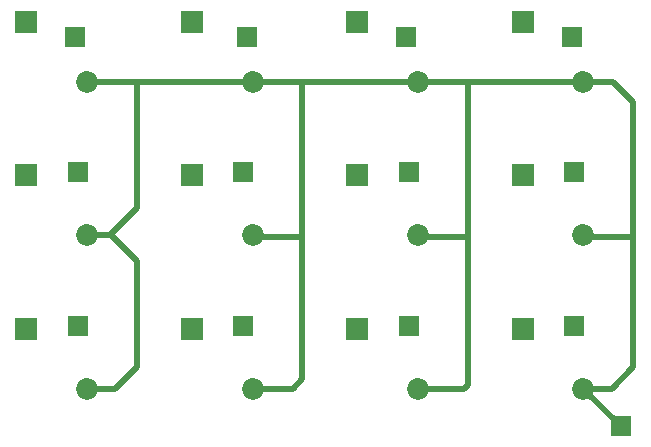
<source format=gbr>
%TF.GenerationSoftware,KiCad,Pcbnew,(5.1.10)-1*%
%TF.CreationDate,2021-11-08T13:26:20-08:00*%
%TF.ProjectId,button_grid,62757474-6f6e-45f6-9772-69642e6b6963,rev?*%
%TF.SameCoordinates,Original*%
%TF.FileFunction,Copper,L1,Top*%
%TF.FilePolarity,Positive*%
%FSLAX46Y46*%
G04 Gerber Fmt 4.6, Leading zero omitted, Abs format (unit mm)*
G04 Created by KiCad (PCBNEW (5.1.10)-1) date 2021-11-08 13:26:20*
%MOMM*%
%LPD*%
G01*
G04 APERTURE LIST*
%TA.AperFunction,ComponentPad*%
%ADD10C,1.850000*%
%TD*%
%TA.AperFunction,ComponentPad*%
%ADD11R,1.850000X1.850000*%
%TD*%
%TA.AperFunction,ComponentPad*%
%ADD12R,1.700000X1.700000*%
%TD*%
%TA.AperFunction,Conductor*%
%ADD13C,0.500000*%
%TD*%
G04 APERTURE END LIST*
D10*
%TO.P,S0,3*%
%TO.N,+3V3*%
X127810000Y-77810000D03*
D11*
%TO.P,S0,1*%
%TO.N,Net-(M0-Pad1)*%
X122650000Y-72730000D03*
%TD*%
%TO.P,S1,1*%
%TO.N,Net-(M1-Pad1)*%
X136650000Y-72730000D03*
D10*
%TO.P,S1,3*%
%TO.N,+3V3*%
X141810000Y-77810000D03*
%TD*%
%TO.P,S2,3*%
%TO.N,+3V3*%
X155810000Y-77810000D03*
D11*
%TO.P,S2,1*%
%TO.N,Net-(M2-Pad1)*%
X150650000Y-72730000D03*
%TD*%
%TO.P,S3,1*%
%TO.N,Net-(M3-Pad1)*%
X164650000Y-72730000D03*
D10*
%TO.P,S3,3*%
%TO.N,+3V3*%
X169810000Y-77810000D03*
%TD*%
%TO.P,S4,3*%
%TO.N,+3V3*%
X127810000Y-90810000D03*
D11*
%TO.P,S4,1*%
%TO.N,Net-(M4-Pad1)*%
X122650000Y-85730000D03*
%TD*%
%TO.P,S5,1*%
%TO.N,Net-(M5-Pad1)*%
X136650000Y-85730000D03*
D10*
%TO.P,S5,3*%
%TO.N,+3V3*%
X141810000Y-90810000D03*
%TD*%
%TO.P,S6,3*%
%TO.N,+3V3*%
X155810000Y-90810000D03*
D11*
%TO.P,S6,1*%
%TO.N,Net-(M6-Pad1)*%
X150650000Y-85730000D03*
%TD*%
%TO.P,S7,1*%
%TO.N,Net-(M7-Pad1)*%
X164650000Y-85730000D03*
D10*
%TO.P,S7,3*%
%TO.N,+3V3*%
X169810000Y-90810000D03*
%TD*%
%TO.P,S8,3*%
%TO.N,+3V3*%
X127810000Y-103810000D03*
D11*
%TO.P,S8,1*%
%TO.N,Net-(M8-Pad1)*%
X122650000Y-98730000D03*
%TD*%
%TO.P,S9,1*%
%TO.N,Net-(M9-Pad1)*%
X136650000Y-98730000D03*
D10*
%TO.P,S9,3*%
%TO.N,+3V3*%
X141810000Y-103810000D03*
%TD*%
%TO.P,S10,3*%
%TO.N,+3V3*%
X155810000Y-103810000D03*
D11*
%TO.P,S10,1*%
%TO.N,Net-(M10-Pad1)*%
X150650000Y-98730000D03*
%TD*%
%TO.P,S11,1*%
%TO.N,Net-(M11-Pad1)*%
X164650000Y-98730000D03*
D10*
%TO.P,S11,3*%
%TO.N,+3V3*%
X169810000Y-103810000D03*
%TD*%
D12*
%TO.P,J1,1*%
%TO.N,+3V3*%
X173000000Y-107000000D03*
%TD*%
%TO.P,M0,1*%
%TO.N,Net-(M0-Pad1)*%
X126800000Y-74000000D03*
%TD*%
%TO.P,M1,1*%
%TO.N,Net-(M1-Pad1)*%
X141300000Y-74000000D03*
%TD*%
%TO.P,M2,1*%
%TO.N,Net-(M2-Pad1)*%
X154800000Y-74000000D03*
%TD*%
%TO.P,M3,1*%
%TO.N,Net-(M3-Pad1)*%
X168800000Y-74000000D03*
%TD*%
%TO.P,M4,1*%
%TO.N,Net-(M4-Pad1)*%
X127000000Y-85500000D03*
%TD*%
%TO.P,M5,1*%
%TO.N,Net-(M5-Pad1)*%
X141000000Y-85500000D03*
%TD*%
%TO.P,M6,1*%
%TO.N,Net-(M6-Pad1)*%
X155000000Y-85500000D03*
%TD*%
%TO.P,M7,1*%
%TO.N,Net-(M7-Pad1)*%
X169000000Y-85500000D03*
%TD*%
%TO.P,M8,1*%
%TO.N,Net-(M8-Pad1)*%
X127000000Y-98500000D03*
%TD*%
%TO.P,M9,1*%
%TO.N,Net-(M9-Pad1)*%
X141000000Y-98500000D03*
%TD*%
%TO.P,M10,1*%
%TO.N,Net-(M10-Pad1)*%
X155000000Y-98500000D03*
%TD*%
%TO.P,M11,1*%
%TO.N,Net-(M11-Pad1)*%
X169000000Y-98500000D03*
%TD*%
D13*
%TO.N,+3V3*%
X173000000Y-107000000D02*
X169810000Y-103810000D01*
X169810000Y-103810000D02*
X172190000Y-103810000D01*
X172190000Y-103810000D02*
X174000000Y-102000000D01*
X172310000Y-77810000D02*
X169810000Y-77810000D01*
X174000000Y-79500000D02*
X172310000Y-77810000D01*
X170000000Y-91000000D02*
X169810000Y-90810000D01*
X174000000Y-91000000D02*
X170000000Y-91000000D01*
X174000000Y-102000000D02*
X174000000Y-91000000D01*
X174000000Y-91000000D02*
X174000000Y-79500000D01*
X127810000Y-103810000D02*
X130190000Y-103810000D01*
X130190000Y-103810000D02*
X132000000Y-102000000D01*
X132000000Y-102000000D02*
X132000000Y-93000000D01*
X129810000Y-90810000D02*
X127810000Y-90810000D01*
X132000000Y-93000000D02*
X129810000Y-90810000D01*
X129810000Y-90810000D02*
X129810000Y-90690000D01*
X129810000Y-90690000D02*
X132000000Y-88500000D01*
X132000000Y-78000000D02*
X131810000Y-77810000D01*
X132000000Y-88500000D02*
X132000000Y-78000000D01*
X131810000Y-77810000D02*
X141810000Y-77810000D01*
X127810000Y-77810000D02*
X131810000Y-77810000D01*
X146190000Y-77810000D02*
X146000000Y-78000000D01*
X141810000Y-77810000D02*
X146190000Y-77810000D01*
X146190000Y-77810000D02*
X155810000Y-77810000D01*
X145190000Y-103810000D02*
X141810000Y-103810000D01*
X146000000Y-103000000D02*
X145190000Y-103810000D01*
X142000000Y-91000000D02*
X141810000Y-90810000D01*
X146000000Y-91000000D02*
X142000000Y-91000000D01*
X146000000Y-78000000D02*
X146000000Y-91000000D01*
X146000000Y-91000000D02*
X146000000Y-103000000D01*
X160190000Y-77810000D02*
X160000000Y-78000000D01*
X155810000Y-77810000D02*
X160190000Y-77810000D01*
X160190000Y-77810000D02*
X169810000Y-77810000D01*
X159690000Y-103810000D02*
X155810000Y-103810000D01*
X160000000Y-103500000D02*
X159690000Y-103810000D01*
X160000000Y-91000000D02*
X156000000Y-91000000D01*
X160000000Y-78000000D02*
X160000000Y-91000000D01*
X156000000Y-91000000D02*
X155810000Y-90810000D01*
X160000000Y-91000000D02*
X160000000Y-103500000D01*
%TD*%
M02*

</source>
